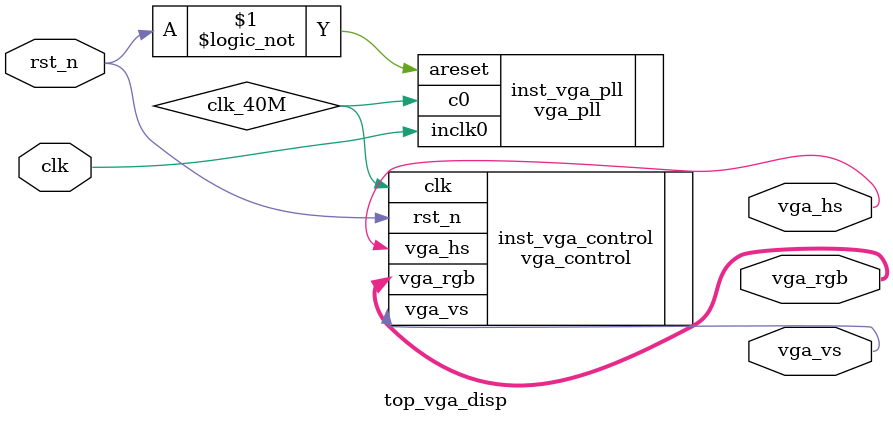
<source format=v>
module top_vga_disp (
	input clk,    // Clock
	input rst_n,  // Asynchronous reset active low
	output vga_hs,
	output vga_vs,
	output [7:0]vga_rgb
	
);
	wire clk_40M;

	vga_pll inst_vga_pll (
		.areset(!rst_n),
		.inclk0(clk), 
		.c0(clk_40M)
		);
	vga_control inst_vga_control (
		.clk(clk_40M), 
		.rst_n(rst_n), 
		.vga_hs(vga_hs), 
		.vga_vs(vga_vs), 
		.vga_rgb(vga_rgb)
		);



endmodule
</source>
